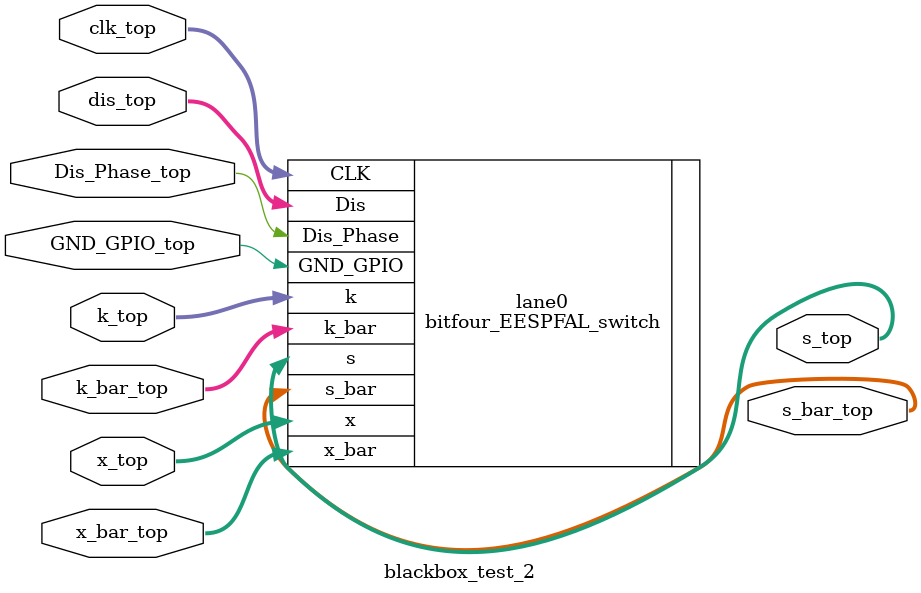
<source format=v>
module blackbox_test_2(
`ifdef USE_POWER_PINS	
	inout VDD,
	inout GND,
`endif
	input [BIT_SIZE-1:0] clk_top,
	input [BIT_SIZE-1:0] dis_top,
	input [BIT_SIZE-1:0] x_top,
	input [BIT_SIZE-1:0] x_bar_top,
	input [BIT_SIZE-1:0] k_top,
	input [BIT_SIZE-1:0] k_bar_top,

	output [BIT_SIZE-1:0] s_top,
	output [BIT_SIZE-1:0] s_bar_top,
	input Dis_Phase_top,
	inout GND_GPIO_top
);

parameter BIT_SIZE = 4;

bitfour_EESPFAL_switch lane0 (
`ifdef USE_POWER_PINS	
	.VDD(VDD), //Floating VDD pin to trick OpenLane
	.GND(GND),
`endif
	.s(s_top[3:0]),
	.s_bar(s_bar_top[3:0]),
	.x(x_top[3:0]),
	.x_bar(x_bar_top[3:0]),
	.k(k_top[3:0]),
	.k_bar(k_bar_top[3:0]),
	.CLK(clk_top[3:0]),
	.Dis(dis_top[3:0]),
	.Dis_Phase(Dis_Phase_top),
	.GND_GPIO(GND_GPIO_top)
);	
endmodule

</source>
